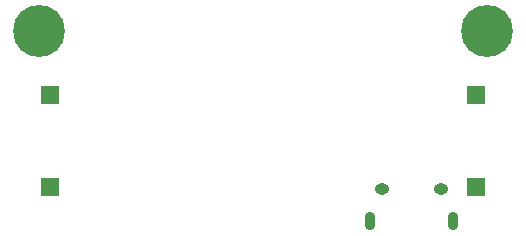
<source format=gbr>
%TF.GenerationSoftware,KiCad,Pcbnew,(5.1.7-0-10_14)*%
%TF.CreationDate,2020-11-27T19:57:41+01:00*%
%TF.ProjectId,AtmoNode,41746d6f-4e6f-4646-952e-6b696361645f,rev?*%
%TF.SameCoordinates,Original*%
%TF.FileFunction,Soldermask,Top*%
%TF.FilePolarity,Negative*%
%FSLAX46Y46*%
G04 Gerber Fmt 4.6, Leading zero omitted, Abs format (unit mm)*
G04 Created by KiCad (PCBNEW (5.1.7-0-10_14)) date 2020-11-27 19:57:41*
%MOMM*%
%LPD*%
G01*
G04 APERTURE LIST*
%ADD10C,4.400000*%
%ADD11C,0.700000*%
%ADD12R,1.500000X1.500000*%
%ADD13O,0.890000X1.550000*%
%ADD14O,1.250000X0.950000*%
G04 APERTURE END LIST*
D10*
%TO.C,H2*%
X149000000Y-109000000D03*
D11*
X150650000Y-109000000D03*
X150166726Y-110166726D03*
X149000000Y-110650000D03*
X147833274Y-110166726D03*
X147350000Y-109000000D03*
X147833274Y-107833274D03*
X149000000Y-107350000D03*
X150166726Y-107833274D03*
%TD*%
D10*
%TO.C,H1*%
X111000000Y-109000000D03*
D11*
X112650000Y-109000000D03*
X112166726Y-110166726D03*
X111000000Y-110650000D03*
X109833274Y-110166726D03*
X109350000Y-109000000D03*
X109833274Y-107833274D03*
X111000000Y-107350000D03*
X112166726Y-107833274D03*
%TD*%
D12*
%TO.C,SW2*%
X148000000Y-122200000D03*
X148000000Y-114400000D03*
%TD*%
%TO.C,SW3*%
X112000000Y-114400000D03*
X112000000Y-122200000D03*
%TD*%
D13*
%TO.C,J1*%
X139100000Y-125100000D03*
X146100000Y-125100000D03*
D14*
X140100000Y-122400000D03*
X145100000Y-122400000D03*
%TD*%
M02*

</source>
